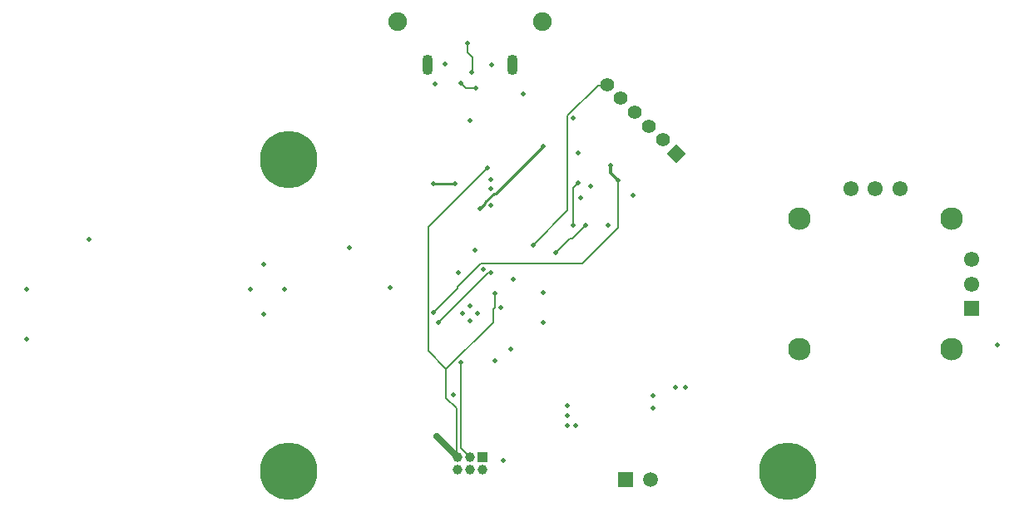
<source format=gbr>
%TF.GenerationSoftware,Altium Limited,Altium Designer,23.6.0 (18)*%
G04 Layer_Physical_Order=4*
G04 Layer_Color=16711680*
%FSLAX25Y25*%
%MOIN*%
%TF.SameCoordinates,9FC677E3-0757-43A4-AD8A-435CCD31EDD7*%
%TF.FilePolarity,Positive*%
%TF.FileFunction,Copper,L4,Bot,Signal*%
%TF.Part,Single*%
G01*
G75*
%TA.AperFunction,Conductor*%
%ADD10C,0.01200*%
%ADD40C,0.02500*%
%ADD41C,0.00800*%
%ADD42C,0.00600*%
%ADD43C,0.01000*%
%TA.AperFunction,ViaPad*%
%ADD45C,0.23000*%
%TA.AperFunction,ComponentPad*%
G04:AMPARAMS|DCode=46|XSize=43.31mil|YSize=82.68mil|CornerRadius=21.65mil|HoleSize=0mil|Usage=FLASHONLY|Rotation=180.000|XOffset=0mil|YOffset=0mil|HoleType=Round|Shape=RoundedRectangle|*
%AMROUNDEDRECTD46*
21,1,0.04331,0.03937,0,0,180.0*
21,1,0.00000,0.08268,0,0,180.0*
1,1,0.04331,0.00000,0.01968*
1,1,0.04331,0.00000,0.01968*
1,1,0.04331,0.00000,-0.01968*
1,1,0.04331,0.00000,-0.01968*
%
%ADD46ROUNDEDRECTD46*%
%ADD47C,0.07480*%
%ADD48C,0.03937*%
%ADD49R,0.03937X0.03937*%
%ADD50P,0.07739X4X360.0*%
%ADD51C,0.05472*%
%ADD52C,0.05906*%
%ADD53R,0.05906X0.05906*%
%ADD54R,0.06102X0.06102*%
%ADD55C,0.06102*%
%ADD56C,0.09055*%
%TA.AperFunction,ViaPad*%
%ADD57C,0.01968*%
D10*
X279000Y144755D02*
Y147755D01*
Y144755D02*
X282000Y141755D01*
D40*
X209147Y38902D02*
X217057Y30992D01*
X222500Y30549D02*
Y30938D01*
D41*
X218757Y34292D02*
X222500Y30549D01*
X218757Y34292D02*
Y68498D01*
X218979Y180477D02*
X220701Y178755D01*
X225000D01*
X221494Y192996D02*
Y196748D01*
Y192996D02*
X223500Y190990D01*
X223106Y184848D02*
X223330Y185071D01*
Y185730D02*
X223500Y185900D01*
X223330Y185071D02*
Y185730D01*
X223500Y185900D02*
Y190990D01*
D42*
X248000Y115755D02*
X261693Y129447D01*
X273823Y179576D02*
X276983D01*
X261693Y167446D02*
X273823Y179576D01*
X261693Y129447D02*
Y167446D01*
X276983Y179576D02*
X277459Y180052D01*
X205716Y122970D02*
X229500Y146755D01*
X205716Y73256D02*
X213000Y65972D01*
X205716Y73256D02*
Y122970D01*
X208000Y88755D02*
X217600Y98355D01*
X210000Y84755D02*
X229738Y104493D01*
X213000Y54434D02*
Y65972D01*
Y54434D02*
X217057Y50378D01*
X213000Y65972D02*
X231716Y84688D01*
X217057Y30992D02*
X217500Y30549D01*
X217057Y30992D02*
Y50378D01*
X217600Y98816D02*
X226939Y108154D01*
X217600Y98355D02*
Y98816D01*
X226939Y108154D02*
X267399D01*
X229738Y104493D02*
X230738D01*
X231000Y104755D01*
X231716Y89894D02*
X232500Y90678D01*
X231716Y84688D02*
Y89894D01*
X232500Y90678D02*
Y96255D01*
X257000Y112755D02*
X262407Y118162D01*
X263407D01*
X269000Y123755D01*
X264000Y138755D02*
X266000Y140755D01*
X264000Y123755D02*
Y138755D01*
X267399Y108154D02*
X282000Y122755D01*
Y141755D01*
D43*
X208000Y140255D02*
X216500D01*
X226500Y130255D02*
X228516Y132270D01*
Y132784D02*
X232118Y136386D01*
X228516Y132270D02*
Y132784D01*
X232118Y136386D02*
X232865D01*
X251790Y155310D01*
D45*
X150000Y150000D02*
D03*
Y25000D02*
D03*
X350000D02*
D03*
D46*
X239508Y187921D02*
D03*
X205492D02*
D03*
D47*
X251634Y205284D02*
D03*
X193366D02*
D03*
D48*
X217500Y25549D02*
D03*
Y30549D02*
D03*
X222500Y25549D02*
D03*
Y30549D02*
D03*
X227500Y25549D02*
D03*
D49*
Y30549D02*
D03*
D50*
X305298Y152214D02*
D03*
D51*
X299730Y157782D02*
D03*
X294162Y163349D02*
D03*
X288595Y168917D02*
D03*
X283027Y174485D02*
D03*
X277459Y180052D02*
D03*
D52*
X295000Y21755D02*
D03*
D53*
X285000D02*
D03*
D54*
X423386Y90158D02*
D03*
D55*
Y100000D02*
D03*
Y109843D02*
D03*
X394843Y138386D02*
D03*
X385000D02*
D03*
X375157D02*
D03*
D56*
X354488Y73819D02*
D03*
Y126181D02*
D03*
X415512Y73819D02*
D03*
Y126181D02*
D03*
D57*
X263977Y166500D02*
D03*
X44958Y97796D02*
D03*
Y77797D02*
D03*
X69958Y117797D02*
D03*
X134560Y97796D02*
D03*
X139958Y107797D02*
D03*
Y87796D02*
D03*
X148177Y97796D02*
D03*
X174136Y114755D02*
D03*
X190500Y98755D02*
D03*
X222500Y85169D02*
D03*
X219438Y88231D02*
D03*
X225562D02*
D03*
X222500Y91294D02*
D03*
X208000Y88755D02*
D03*
Y140255D02*
D03*
X208500Y180255D02*
D03*
X209000Y38755D02*
D03*
X210000Y84755D02*
D03*
X212468Y188151D02*
D03*
X216000Y55755D02*
D03*
X216500Y140255D02*
D03*
X218000Y104755D02*
D03*
X218757Y68498D02*
D03*
X218979Y180477D02*
D03*
X221494Y196748D02*
D03*
X222500Y165752D02*
D03*
X223106Y184848D02*
D03*
X224500Y113755D02*
D03*
X225000Y178755D02*
D03*
X226500Y130255D02*
D03*
X227885Y105870D02*
D03*
X229500Y146755D02*
D03*
X230997Y141836D02*
D03*
X231000Y104755D02*
D03*
Y138255D02*
D03*
Y131755D02*
D03*
X231358Y188055D02*
D03*
X232500Y96255D02*
D03*
Y69255D02*
D03*
X235000Y90755D02*
D03*
X236000Y29255D02*
D03*
X238958Y73796D02*
D03*
X239958Y101796D02*
D03*
X244000Y176255D02*
D03*
X248000Y115755D02*
D03*
X251790Y155310D02*
D03*
X252000Y84755D02*
D03*
X252014Y96723D02*
D03*
X257000Y112755D02*
D03*
X261500Y43255D02*
D03*
Y51255D02*
D03*
Y47255D02*
D03*
X264000Y123755D02*
D03*
X265000Y43255D02*
D03*
X266000Y152755D02*
D03*
Y140755D02*
D03*
X267018Y134772D02*
D03*
X269000Y123755D02*
D03*
X270937Y139346D02*
D03*
X278000Y123755D02*
D03*
X279000Y147755D02*
D03*
X282000Y141755D02*
D03*
X288000Y135755D02*
D03*
X296000Y55255D02*
D03*
Y50255D02*
D03*
X305000Y58755D02*
D03*
X309000D02*
D03*
X434000Y75755D02*
D03*
%TF.MD5,2ac1ef93174c14390daab8f64047d50c*%
M02*

</source>
